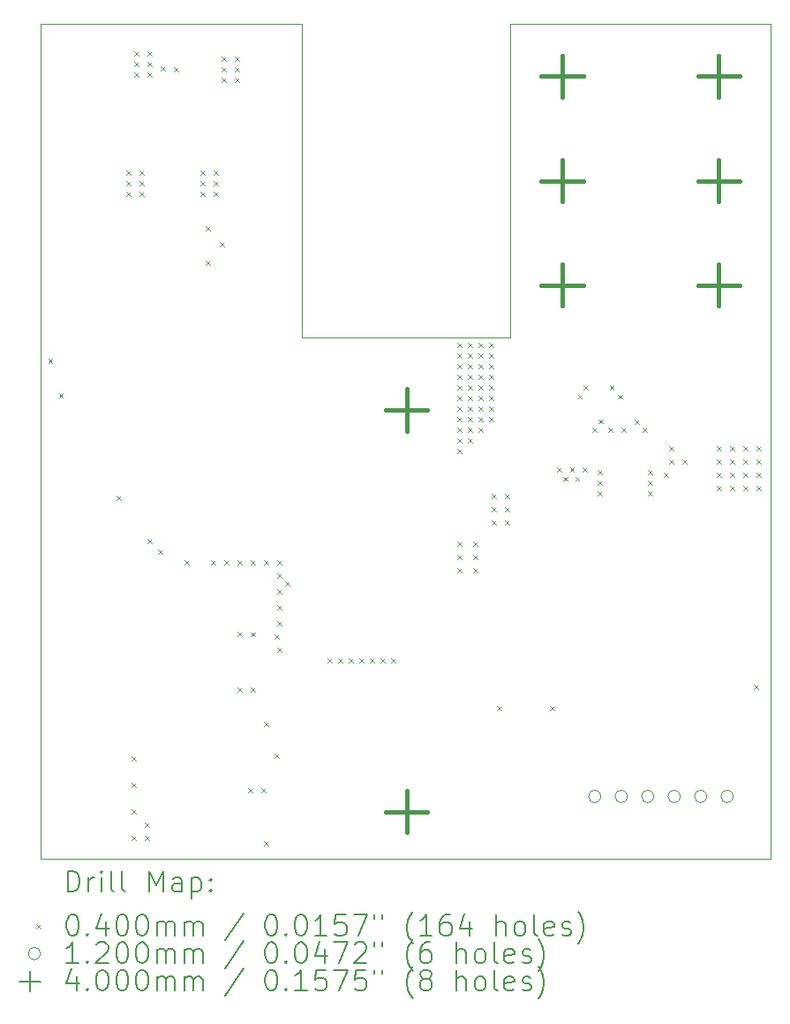
<source format=gbr>
%TF.GenerationSoftware,KiCad,Pcbnew,(6.0.9-0)*%
%TF.CreationDate,2024-06-23T22:54:29+01:00*%
%TF.ProjectId,BalanceBoard,42616c61-6e63-4654-926f-6172642e6b69,rev?*%
%TF.SameCoordinates,Original*%
%TF.FileFunction,Drillmap*%
%TF.FilePolarity,Positive*%
%FSLAX45Y45*%
G04 Gerber Fmt 4.5, Leading zero omitted, Abs format (unit mm)*
G04 Created by KiCad (PCBNEW (6.0.9-0)) date 2024-06-23 22:54:29*
%MOMM*%
%LPD*%
G01*
G04 APERTURE LIST*
%ADD10C,0.050000*%
%ADD11C,0.200000*%
%ADD12C,0.040000*%
%ADD13C,0.120000*%
%ADD14C,0.400000*%
G04 APERTURE END LIST*
D10*
X12000000Y-13000000D02*
X5000000Y-13000000D01*
X12000000Y-5000000D02*
X12000000Y-13000000D01*
X9500000Y-8000000D02*
X9500000Y-5000000D01*
X7500000Y-8000000D02*
X9500000Y-8000000D01*
X9500000Y-5000000D02*
X12000000Y-5000000D01*
X5000000Y-5000000D02*
X7500000Y-5000000D01*
X5000000Y-13000000D02*
X5000000Y-5000000D01*
X7500000Y-5000000D02*
X7500000Y-8000000D01*
D11*
D12*
X5070160Y-8209600D02*
X5110160Y-8249600D01*
X5110160Y-8209600D02*
X5070160Y-8249600D01*
X5171760Y-8534720D02*
X5211760Y-8574720D01*
X5211760Y-8534720D02*
X5171760Y-8574720D01*
X5725480Y-9520240D02*
X5765480Y-9560240D01*
X5765480Y-9520240D02*
X5725480Y-9560240D01*
X5822000Y-6406200D02*
X5862000Y-6446200D01*
X5862000Y-6406200D02*
X5822000Y-6446200D01*
X5822000Y-6507800D02*
X5862000Y-6547800D01*
X5862000Y-6507800D02*
X5822000Y-6547800D01*
X5822000Y-6609400D02*
X5862000Y-6649400D01*
X5862000Y-6609400D02*
X5822000Y-6649400D01*
X5872800Y-12019600D02*
X5912800Y-12059600D01*
X5912800Y-12019600D02*
X5872800Y-12059600D01*
X5872800Y-12273600D02*
X5912800Y-12313600D01*
X5912800Y-12273600D02*
X5872800Y-12313600D01*
X5872800Y-12527600D02*
X5912800Y-12567600D01*
X5912800Y-12527600D02*
X5872800Y-12567600D01*
X5872800Y-12781600D02*
X5912800Y-12821600D01*
X5912800Y-12781600D02*
X5872800Y-12821600D01*
X5898200Y-5263200D02*
X5938200Y-5303200D01*
X5938200Y-5263200D02*
X5898200Y-5303200D01*
X5898200Y-5364800D02*
X5938200Y-5404800D01*
X5938200Y-5364800D02*
X5898200Y-5404800D01*
X5898200Y-5466400D02*
X5938200Y-5506400D01*
X5938200Y-5466400D02*
X5898200Y-5506400D01*
X5949000Y-6406200D02*
X5989000Y-6446200D01*
X5989000Y-6406200D02*
X5949000Y-6446200D01*
X5949000Y-6507800D02*
X5989000Y-6547800D01*
X5989000Y-6507800D02*
X5949000Y-6547800D01*
X5949000Y-6609400D02*
X5989000Y-6649400D01*
X5989000Y-6609400D02*
X5949000Y-6649400D01*
X5999800Y-12654600D02*
X6039800Y-12694600D01*
X6039800Y-12654600D02*
X5999800Y-12694600D01*
X5999800Y-12781600D02*
X6039800Y-12821600D01*
X6039800Y-12781600D02*
X5999800Y-12821600D01*
X6025200Y-5263200D02*
X6065200Y-5303200D01*
X6065200Y-5263200D02*
X6025200Y-5303200D01*
X6025200Y-5364800D02*
X6065200Y-5404800D01*
X6065200Y-5364800D02*
X6025200Y-5404800D01*
X6025200Y-5466400D02*
X6065200Y-5506400D01*
X6065200Y-5466400D02*
X6025200Y-5506400D01*
X6025200Y-9936800D02*
X6065200Y-9976800D01*
X6065200Y-9936800D02*
X6025200Y-9976800D01*
X6126800Y-10038400D02*
X6166800Y-10078400D01*
X6166800Y-10038400D02*
X6126800Y-10078400D01*
X6152200Y-5405440D02*
X6192200Y-5445440D01*
X6192200Y-5405440D02*
X6152200Y-5445440D01*
X6279200Y-5415600D02*
X6319200Y-5455600D01*
X6319200Y-5415600D02*
X6279200Y-5455600D01*
X6380800Y-10140000D02*
X6420800Y-10180000D01*
X6420800Y-10140000D02*
X6380800Y-10180000D01*
X6533200Y-6406200D02*
X6573200Y-6446200D01*
X6573200Y-6406200D02*
X6533200Y-6446200D01*
X6533200Y-6507800D02*
X6573200Y-6547800D01*
X6573200Y-6507800D02*
X6533200Y-6547800D01*
X6533200Y-6609400D02*
X6573200Y-6649400D01*
X6573200Y-6609400D02*
X6533200Y-6649400D01*
X6584000Y-6939600D02*
X6624000Y-6979600D01*
X6624000Y-6939600D02*
X6584000Y-6979600D01*
X6584000Y-7269800D02*
X6624000Y-7309800D01*
X6624000Y-7269800D02*
X6584000Y-7309800D01*
X6634800Y-10140000D02*
X6674800Y-10180000D01*
X6674800Y-10140000D02*
X6634800Y-10180000D01*
X6660200Y-6406200D02*
X6700200Y-6446200D01*
X6700200Y-6406200D02*
X6660200Y-6446200D01*
X6660200Y-6507800D02*
X6700200Y-6547800D01*
X6700200Y-6507800D02*
X6660200Y-6547800D01*
X6660200Y-6609400D02*
X6700200Y-6649400D01*
X6700200Y-6609400D02*
X6660200Y-6649400D01*
X6716080Y-7092000D02*
X6756080Y-7132000D01*
X6756080Y-7092000D02*
X6716080Y-7132000D01*
X6736400Y-5314000D02*
X6776400Y-5354000D01*
X6776400Y-5314000D02*
X6736400Y-5354000D01*
X6736400Y-5415600D02*
X6776400Y-5455600D01*
X6776400Y-5415600D02*
X6736400Y-5455600D01*
X6736400Y-5517200D02*
X6776400Y-5557200D01*
X6776400Y-5517200D02*
X6736400Y-5557200D01*
X6761800Y-10140000D02*
X6801800Y-10180000D01*
X6801800Y-10140000D02*
X6761800Y-10180000D01*
X6863400Y-5314000D02*
X6903400Y-5354000D01*
X6903400Y-5314000D02*
X6863400Y-5354000D01*
X6863400Y-5415600D02*
X6903400Y-5455600D01*
X6903400Y-5415600D02*
X6863400Y-5455600D01*
X6863400Y-5517200D02*
X6903400Y-5557200D01*
X6903400Y-5517200D02*
X6863400Y-5557200D01*
X6888800Y-10140000D02*
X6928800Y-10180000D01*
X6928800Y-10140000D02*
X6888800Y-10180000D01*
X6888800Y-10825800D02*
X6928800Y-10865800D01*
X6928800Y-10825800D02*
X6888800Y-10865800D01*
X6888800Y-11359200D02*
X6928800Y-11399200D01*
X6928800Y-11359200D02*
X6888800Y-11399200D01*
X6990400Y-12324400D02*
X7030400Y-12364400D01*
X7030400Y-12324400D02*
X6990400Y-12364400D01*
X7014905Y-10826695D02*
X7054905Y-10866695D01*
X7054905Y-10826695D02*
X7014905Y-10866695D01*
X7015800Y-10140000D02*
X7055800Y-10180000D01*
X7055800Y-10140000D02*
X7015800Y-10180000D01*
X7015800Y-11359200D02*
X7055800Y-11399200D01*
X7055800Y-11359200D02*
X7015800Y-11399200D01*
X7117400Y-12324400D02*
X7157400Y-12364400D01*
X7157400Y-12324400D02*
X7117400Y-12364400D01*
X7142800Y-10140000D02*
X7182800Y-10180000D01*
X7182800Y-10140000D02*
X7142800Y-10180000D01*
X7142800Y-11689400D02*
X7182800Y-11729400D01*
X7182800Y-11689400D02*
X7142800Y-11729400D01*
X7142800Y-12832400D02*
X7182800Y-12872400D01*
X7182800Y-12832400D02*
X7142800Y-12872400D01*
X7244400Y-10851200D02*
X7284400Y-10891200D01*
X7284400Y-10851200D02*
X7244400Y-10891200D01*
X7244400Y-11994200D02*
X7284400Y-12034200D01*
X7284400Y-11994200D02*
X7244400Y-12034200D01*
X7269800Y-10140000D02*
X7309800Y-10180000D01*
X7309800Y-10140000D02*
X7269800Y-10180000D01*
X7269800Y-10267000D02*
X7309800Y-10307000D01*
X7309800Y-10267000D02*
X7269800Y-10307000D01*
X7269800Y-10419400D02*
X7309800Y-10459400D01*
X7309800Y-10419400D02*
X7269800Y-10459400D01*
X7269800Y-10571800D02*
X7309800Y-10611800D01*
X7309800Y-10571800D02*
X7269800Y-10611800D01*
X7269800Y-10724200D02*
X7309800Y-10764200D01*
X7309800Y-10724200D02*
X7269800Y-10764200D01*
X7269800Y-10978200D02*
X7309800Y-11018200D01*
X7309800Y-10978200D02*
X7269800Y-11018200D01*
X7346000Y-10343200D02*
X7386000Y-10383200D01*
X7386000Y-10343200D02*
X7346000Y-10383200D01*
X7752400Y-11079800D02*
X7792400Y-11119800D01*
X7792400Y-11079800D02*
X7752400Y-11119800D01*
X7854000Y-11079800D02*
X7894000Y-11119800D01*
X7894000Y-11079800D02*
X7854000Y-11119800D01*
X7955600Y-11079800D02*
X7995600Y-11119800D01*
X7995600Y-11079800D02*
X7955600Y-11119800D01*
X8057200Y-11079800D02*
X8097200Y-11119800D01*
X8097200Y-11079800D02*
X8057200Y-11119800D01*
X8158800Y-11079800D02*
X8198800Y-11119800D01*
X8198800Y-11079800D02*
X8158800Y-11119800D01*
X8260400Y-11079800D02*
X8300400Y-11119800D01*
X8300400Y-11079800D02*
X8260400Y-11119800D01*
X8362000Y-11079800D02*
X8402000Y-11119800D01*
X8402000Y-11079800D02*
X8362000Y-11119800D01*
X8997000Y-8057200D02*
X9037000Y-8097200D01*
X9037000Y-8057200D02*
X8997000Y-8097200D01*
X8997000Y-8158800D02*
X9037000Y-8198800D01*
X9037000Y-8158800D02*
X8997000Y-8198800D01*
X8997000Y-8260400D02*
X9037000Y-8300400D01*
X9037000Y-8260400D02*
X8997000Y-8300400D01*
X8997000Y-8362000D02*
X9037000Y-8402000D01*
X9037000Y-8362000D02*
X8997000Y-8402000D01*
X8997000Y-8463600D02*
X9037000Y-8503600D01*
X9037000Y-8463600D02*
X8997000Y-8503600D01*
X8997000Y-8565200D02*
X9037000Y-8605200D01*
X9037000Y-8565200D02*
X8997000Y-8605200D01*
X8997000Y-8666800D02*
X9037000Y-8706800D01*
X9037000Y-8666800D02*
X8997000Y-8706800D01*
X8997000Y-8768400D02*
X9037000Y-8808400D01*
X9037000Y-8768400D02*
X8997000Y-8808400D01*
X8997000Y-8870000D02*
X9037000Y-8910000D01*
X9037000Y-8870000D02*
X8997000Y-8910000D01*
X8997000Y-8971600D02*
X9037000Y-9011600D01*
X9037000Y-8971600D02*
X8997000Y-9011600D01*
X8997000Y-9073200D02*
X9037000Y-9113200D01*
X9037000Y-9073200D02*
X8997000Y-9113200D01*
X8997000Y-9962200D02*
X9037000Y-10002200D01*
X9037000Y-9962200D02*
X8997000Y-10002200D01*
X8997000Y-10089200D02*
X9037000Y-10129200D01*
X9037000Y-10089200D02*
X8997000Y-10129200D01*
X8997000Y-10216200D02*
X9037000Y-10256200D01*
X9037000Y-10216200D02*
X8997000Y-10256200D01*
X9098600Y-8057200D02*
X9138600Y-8097200D01*
X9138600Y-8057200D02*
X9098600Y-8097200D01*
X9098600Y-8158800D02*
X9138600Y-8198800D01*
X9138600Y-8158800D02*
X9098600Y-8198800D01*
X9098600Y-8260400D02*
X9138600Y-8300400D01*
X9138600Y-8260400D02*
X9098600Y-8300400D01*
X9098600Y-8362000D02*
X9138600Y-8402000D01*
X9138600Y-8362000D02*
X9098600Y-8402000D01*
X9098600Y-8463600D02*
X9138600Y-8503600D01*
X9138600Y-8463600D02*
X9098600Y-8503600D01*
X9098600Y-8565200D02*
X9138600Y-8605200D01*
X9138600Y-8565200D02*
X9098600Y-8605200D01*
X9098600Y-8666800D02*
X9138600Y-8706800D01*
X9138600Y-8666800D02*
X9098600Y-8706800D01*
X9098600Y-8768400D02*
X9138600Y-8808400D01*
X9138600Y-8768400D02*
X9098600Y-8808400D01*
X9098600Y-8870000D02*
X9138600Y-8910000D01*
X9138600Y-8870000D02*
X9098600Y-8910000D01*
X9098600Y-8971600D02*
X9138600Y-9011600D01*
X9138600Y-8971600D02*
X9098600Y-9011600D01*
X9149400Y-9962200D02*
X9189400Y-10002200D01*
X9189400Y-9962200D02*
X9149400Y-10002200D01*
X9149400Y-10089200D02*
X9189400Y-10129200D01*
X9189400Y-10089200D02*
X9149400Y-10129200D01*
X9149400Y-10216200D02*
X9189400Y-10256200D01*
X9189400Y-10216200D02*
X9149400Y-10256200D01*
X9200200Y-8057200D02*
X9240200Y-8097200D01*
X9240200Y-8057200D02*
X9200200Y-8097200D01*
X9200200Y-8158800D02*
X9240200Y-8198800D01*
X9240200Y-8158800D02*
X9200200Y-8198800D01*
X9200200Y-8260400D02*
X9240200Y-8300400D01*
X9240200Y-8260400D02*
X9200200Y-8300400D01*
X9200200Y-8362000D02*
X9240200Y-8402000D01*
X9240200Y-8362000D02*
X9200200Y-8402000D01*
X9200200Y-8463600D02*
X9240200Y-8503600D01*
X9240200Y-8463600D02*
X9200200Y-8503600D01*
X9200200Y-8565200D02*
X9240200Y-8605200D01*
X9240200Y-8565200D02*
X9200200Y-8605200D01*
X9200200Y-8666800D02*
X9240200Y-8706800D01*
X9240200Y-8666800D02*
X9200200Y-8706800D01*
X9200200Y-8768400D02*
X9240200Y-8808400D01*
X9240200Y-8768400D02*
X9200200Y-8808400D01*
X9200200Y-8870000D02*
X9240200Y-8910000D01*
X9240200Y-8870000D02*
X9200200Y-8910000D01*
X9301800Y-8057200D02*
X9341800Y-8097200D01*
X9341800Y-8057200D02*
X9301800Y-8097200D01*
X9301800Y-8158800D02*
X9341800Y-8198800D01*
X9341800Y-8158800D02*
X9301800Y-8198800D01*
X9301800Y-8260400D02*
X9341800Y-8300400D01*
X9341800Y-8260400D02*
X9301800Y-8300400D01*
X9301800Y-8362000D02*
X9341800Y-8402000D01*
X9341800Y-8362000D02*
X9301800Y-8402000D01*
X9301800Y-8463600D02*
X9341800Y-8503600D01*
X9341800Y-8463600D02*
X9301800Y-8503600D01*
X9301800Y-8565200D02*
X9341800Y-8605200D01*
X9341800Y-8565200D02*
X9301800Y-8605200D01*
X9301800Y-8666800D02*
X9341800Y-8706800D01*
X9341800Y-8666800D02*
X9301800Y-8706800D01*
X9301800Y-8768400D02*
X9341800Y-8808400D01*
X9341800Y-8768400D02*
X9301800Y-8808400D01*
X9327200Y-9505000D02*
X9367200Y-9545000D01*
X9367200Y-9505000D02*
X9327200Y-9545000D01*
X9327200Y-9632000D02*
X9367200Y-9672000D01*
X9367200Y-9632000D02*
X9327200Y-9672000D01*
X9327200Y-9759000D02*
X9367200Y-9799000D01*
X9367200Y-9759000D02*
X9327200Y-9799000D01*
X9378000Y-11537000D02*
X9418000Y-11577000D01*
X9418000Y-11537000D02*
X9378000Y-11577000D01*
X9454200Y-9505000D02*
X9494200Y-9545000D01*
X9494200Y-9505000D02*
X9454200Y-9545000D01*
X9454200Y-9632000D02*
X9494200Y-9672000D01*
X9494200Y-9632000D02*
X9454200Y-9672000D01*
X9454200Y-9759000D02*
X9494200Y-9799000D01*
X9494200Y-9759000D02*
X9454200Y-9799000D01*
X9886000Y-11537000D02*
X9926000Y-11577000D01*
X9926000Y-11537000D02*
X9886000Y-11577000D01*
X9952040Y-9245920D02*
X9992040Y-9285920D01*
X9992040Y-9245920D02*
X9952040Y-9285920D01*
X10007920Y-9337360D02*
X10047920Y-9377360D01*
X10047920Y-9337360D02*
X10007920Y-9377360D01*
X10073960Y-9251000D02*
X10113960Y-9291000D01*
X10113960Y-9251000D02*
X10073960Y-9291000D01*
X10124760Y-9337360D02*
X10164760Y-9377360D01*
X10164760Y-9337360D02*
X10124760Y-9377360D01*
X10150160Y-8549960D02*
X10190160Y-8589960D01*
X10190160Y-8549960D02*
X10150160Y-8589960D01*
X10195880Y-9251000D02*
X10235880Y-9291000D01*
X10235880Y-9251000D02*
X10195880Y-9291000D01*
X10206040Y-8458520D02*
X10246040Y-8498520D01*
X10246040Y-8458520D02*
X10206040Y-8498520D01*
X10292400Y-8870000D02*
X10332400Y-8910000D01*
X10332400Y-8870000D02*
X10292400Y-8910000D01*
X10343200Y-9276400D02*
X10383200Y-9316400D01*
X10383200Y-9276400D02*
X10343200Y-9316400D01*
X10343200Y-9378000D02*
X10383200Y-9418000D01*
X10383200Y-9378000D02*
X10343200Y-9418000D01*
X10343200Y-9479600D02*
X10383200Y-9519600D01*
X10383200Y-9479600D02*
X10343200Y-9519600D01*
X10347842Y-8786836D02*
X10387842Y-8826836D01*
X10387842Y-8786836D02*
X10347842Y-8826836D01*
X10444800Y-8870000D02*
X10484800Y-8910000D01*
X10484800Y-8870000D02*
X10444800Y-8910000D01*
X10454960Y-8458520D02*
X10494960Y-8498520D01*
X10494960Y-8458520D02*
X10454960Y-8498520D01*
X10536240Y-8549960D02*
X10576240Y-8589960D01*
X10576240Y-8549960D02*
X10536240Y-8589960D01*
X10571800Y-8870000D02*
X10611800Y-8910000D01*
X10611800Y-8870000D02*
X10571800Y-8910000D01*
X10698800Y-8793800D02*
X10738800Y-8833800D01*
X10738800Y-8793800D02*
X10698800Y-8833800D01*
X10775000Y-8870000D02*
X10815000Y-8910000D01*
X10815000Y-8870000D02*
X10775000Y-8910000D01*
X10825800Y-9276400D02*
X10865800Y-9316400D01*
X10865800Y-9276400D02*
X10825800Y-9316400D01*
X10825800Y-9378000D02*
X10865800Y-9418000D01*
X10865800Y-9378000D02*
X10825800Y-9418000D01*
X10825800Y-9479600D02*
X10865800Y-9519600D01*
X10865800Y-9479600D02*
X10825800Y-9519600D01*
X10978200Y-9301800D02*
X11018200Y-9341800D01*
X11018200Y-9301800D02*
X10978200Y-9341800D01*
X11029000Y-9047800D02*
X11069000Y-9087800D01*
X11069000Y-9047800D02*
X11029000Y-9087800D01*
X11029000Y-9174800D02*
X11069000Y-9214800D01*
X11069000Y-9174800D02*
X11029000Y-9214800D01*
X11156000Y-9174800D02*
X11196000Y-9214800D01*
X11196000Y-9174800D02*
X11156000Y-9214800D01*
X11486200Y-9047800D02*
X11526200Y-9087800D01*
X11526200Y-9047800D02*
X11486200Y-9087800D01*
X11486200Y-9174800D02*
X11526200Y-9214800D01*
X11526200Y-9174800D02*
X11486200Y-9214800D01*
X11486200Y-9301800D02*
X11526200Y-9341800D01*
X11526200Y-9301800D02*
X11486200Y-9341800D01*
X11486200Y-9428800D02*
X11526200Y-9468800D01*
X11526200Y-9428800D02*
X11486200Y-9468800D01*
X11613200Y-9047800D02*
X11653200Y-9087800D01*
X11653200Y-9047800D02*
X11613200Y-9087800D01*
X11613200Y-9174800D02*
X11653200Y-9214800D01*
X11653200Y-9174800D02*
X11613200Y-9214800D01*
X11613200Y-9301800D02*
X11653200Y-9341800D01*
X11653200Y-9301800D02*
X11613200Y-9341800D01*
X11613200Y-9428800D02*
X11653200Y-9468800D01*
X11653200Y-9428800D02*
X11613200Y-9468800D01*
X11740200Y-9047800D02*
X11780200Y-9087800D01*
X11780200Y-9047800D02*
X11740200Y-9087800D01*
X11740200Y-9174800D02*
X11780200Y-9214800D01*
X11780200Y-9174800D02*
X11740200Y-9214800D01*
X11740200Y-9301800D02*
X11780200Y-9341800D01*
X11780200Y-9301800D02*
X11740200Y-9341800D01*
X11740200Y-9428800D02*
X11780200Y-9468800D01*
X11780200Y-9428800D02*
X11740200Y-9468800D01*
X11841800Y-11333800D02*
X11881800Y-11373800D01*
X11881800Y-11333800D02*
X11841800Y-11373800D01*
X11867200Y-9047800D02*
X11907200Y-9087800D01*
X11907200Y-9047800D02*
X11867200Y-9087800D01*
X11867200Y-9174800D02*
X11907200Y-9214800D01*
X11907200Y-9174800D02*
X11867200Y-9214800D01*
X11867200Y-9301800D02*
X11907200Y-9341800D01*
X11907200Y-9301800D02*
X11867200Y-9341800D01*
X11867200Y-9428800D02*
X11907200Y-9468800D01*
X11907200Y-9428800D02*
X11867200Y-9468800D01*
D13*
X10372400Y-12400280D02*
G75*
G03*
X10372400Y-12400280I-60000J0D01*
G01*
X10626400Y-12400280D02*
G75*
G03*
X10626400Y-12400280I-60000J0D01*
G01*
X10880400Y-12400280D02*
G75*
G03*
X10880400Y-12400280I-60000J0D01*
G01*
X11134400Y-12400280D02*
G75*
G03*
X11134400Y-12400280I-60000J0D01*
G01*
X11388400Y-12400280D02*
G75*
G03*
X11388400Y-12400280I-60000J0D01*
G01*
X11642400Y-12400280D02*
G75*
G03*
X11642400Y-12400280I-60000J0D01*
G01*
D14*
X8509000Y-8497600D02*
X8509000Y-8897600D01*
X8309000Y-8697600D02*
X8709000Y-8697600D01*
X8509000Y-12347600D02*
X8509000Y-12747600D01*
X8309000Y-12547600D02*
X8709000Y-12547600D01*
X10000000Y-5300000D02*
X10000000Y-5700000D01*
X9800000Y-5500000D02*
X10200000Y-5500000D01*
X10000000Y-6300000D02*
X10000000Y-6700000D01*
X9800000Y-6500000D02*
X10200000Y-6500000D01*
X10000000Y-7300000D02*
X10000000Y-7700000D01*
X9800000Y-7500000D02*
X10200000Y-7500000D01*
X11500000Y-5300000D02*
X11500000Y-5700000D01*
X11300000Y-5500000D02*
X11700000Y-5500000D01*
X11500000Y-6300000D02*
X11500000Y-6700000D01*
X11300000Y-6500000D02*
X11700000Y-6500000D01*
X11500000Y-7300000D02*
X11500000Y-7700000D01*
X11300000Y-7500000D02*
X11700000Y-7500000D01*
D11*
X5255119Y-13312976D02*
X5255119Y-13112976D01*
X5302738Y-13112976D01*
X5331310Y-13122500D01*
X5350357Y-13141548D01*
X5359881Y-13160595D01*
X5369405Y-13198690D01*
X5369405Y-13227262D01*
X5359881Y-13265357D01*
X5350357Y-13284405D01*
X5331310Y-13303452D01*
X5302738Y-13312976D01*
X5255119Y-13312976D01*
X5455119Y-13312976D02*
X5455119Y-13179643D01*
X5455119Y-13217738D02*
X5464643Y-13198690D01*
X5474167Y-13189167D01*
X5493214Y-13179643D01*
X5512262Y-13179643D01*
X5578929Y-13312976D02*
X5578929Y-13179643D01*
X5578929Y-13112976D02*
X5569405Y-13122500D01*
X5578929Y-13132024D01*
X5588452Y-13122500D01*
X5578929Y-13112976D01*
X5578929Y-13132024D01*
X5702738Y-13312976D02*
X5683690Y-13303452D01*
X5674167Y-13284405D01*
X5674167Y-13112976D01*
X5807500Y-13312976D02*
X5788452Y-13303452D01*
X5778928Y-13284405D01*
X5778928Y-13112976D01*
X6036071Y-13312976D02*
X6036071Y-13112976D01*
X6102738Y-13255833D01*
X6169405Y-13112976D01*
X6169405Y-13312976D01*
X6350357Y-13312976D02*
X6350357Y-13208214D01*
X6340833Y-13189167D01*
X6321786Y-13179643D01*
X6283690Y-13179643D01*
X6264643Y-13189167D01*
X6350357Y-13303452D02*
X6331309Y-13312976D01*
X6283690Y-13312976D01*
X6264643Y-13303452D01*
X6255119Y-13284405D01*
X6255119Y-13265357D01*
X6264643Y-13246309D01*
X6283690Y-13236786D01*
X6331309Y-13236786D01*
X6350357Y-13227262D01*
X6445595Y-13179643D02*
X6445595Y-13379643D01*
X6445595Y-13189167D02*
X6464643Y-13179643D01*
X6502738Y-13179643D01*
X6521786Y-13189167D01*
X6531309Y-13198690D01*
X6540833Y-13217738D01*
X6540833Y-13274881D01*
X6531309Y-13293928D01*
X6521786Y-13303452D01*
X6502738Y-13312976D01*
X6464643Y-13312976D01*
X6445595Y-13303452D01*
X6626548Y-13293928D02*
X6636071Y-13303452D01*
X6626548Y-13312976D01*
X6617024Y-13303452D01*
X6626548Y-13293928D01*
X6626548Y-13312976D01*
X6626548Y-13189167D02*
X6636071Y-13198690D01*
X6626548Y-13208214D01*
X6617024Y-13198690D01*
X6626548Y-13189167D01*
X6626548Y-13208214D01*
D12*
X4957500Y-13622500D02*
X4997500Y-13662500D01*
X4997500Y-13622500D02*
X4957500Y-13662500D01*
D11*
X5293214Y-13532976D02*
X5312262Y-13532976D01*
X5331310Y-13542500D01*
X5340833Y-13552024D01*
X5350357Y-13571071D01*
X5359881Y-13609167D01*
X5359881Y-13656786D01*
X5350357Y-13694881D01*
X5340833Y-13713928D01*
X5331310Y-13723452D01*
X5312262Y-13732976D01*
X5293214Y-13732976D01*
X5274167Y-13723452D01*
X5264643Y-13713928D01*
X5255119Y-13694881D01*
X5245595Y-13656786D01*
X5245595Y-13609167D01*
X5255119Y-13571071D01*
X5264643Y-13552024D01*
X5274167Y-13542500D01*
X5293214Y-13532976D01*
X5445595Y-13713928D02*
X5455119Y-13723452D01*
X5445595Y-13732976D01*
X5436071Y-13723452D01*
X5445595Y-13713928D01*
X5445595Y-13732976D01*
X5626548Y-13599643D02*
X5626548Y-13732976D01*
X5578929Y-13523452D02*
X5531310Y-13666309D01*
X5655119Y-13666309D01*
X5769405Y-13532976D02*
X5788452Y-13532976D01*
X5807500Y-13542500D01*
X5817024Y-13552024D01*
X5826548Y-13571071D01*
X5836071Y-13609167D01*
X5836071Y-13656786D01*
X5826548Y-13694881D01*
X5817024Y-13713928D01*
X5807500Y-13723452D01*
X5788452Y-13732976D01*
X5769405Y-13732976D01*
X5750357Y-13723452D01*
X5740833Y-13713928D01*
X5731309Y-13694881D01*
X5721786Y-13656786D01*
X5721786Y-13609167D01*
X5731309Y-13571071D01*
X5740833Y-13552024D01*
X5750357Y-13542500D01*
X5769405Y-13532976D01*
X5959881Y-13532976D02*
X5978928Y-13532976D01*
X5997976Y-13542500D01*
X6007500Y-13552024D01*
X6017024Y-13571071D01*
X6026548Y-13609167D01*
X6026548Y-13656786D01*
X6017024Y-13694881D01*
X6007500Y-13713928D01*
X5997976Y-13723452D01*
X5978928Y-13732976D01*
X5959881Y-13732976D01*
X5940833Y-13723452D01*
X5931309Y-13713928D01*
X5921786Y-13694881D01*
X5912262Y-13656786D01*
X5912262Y-13609167D01*
X5921786Y-13571071D01*
X5931309Y-13552024D01*
X5940833Y-13542500D01*
X5959881Y-13532976D01*
X6112262Y-13732976D02*
X6112262Y-13599643D01*
X6112262Y-13618690D02*
X6121786Y-13609167D01*
X6140833Y-13599643D01*
X6169405Y-13599643D01*
X6188452Y-13609167D01*
X6197976Y-13628214D01*
X6197976Y-13732976D01*
X6197976Y-13628214D02*
X6207500Y-13609167D01*
X6226548Y-13599643D01*
X6255119Y-13599643D01*
X6274167Y-13609167D01*
X6283690Y-13628214D01*
X6283690Y-13732976D01*
X6378928Y-13732976D02*
X6378928Y-13599643D01*
X6378928Y-13618690D02*
X6388452Y-13609167D01*
X6407500Y-13599643D01*
X6436071Y-13599643D01*
X6455119Y-13609167D01*
X6464643Y-13628214D01*
X6464643Y-13732976D01*
X6464643Y-13628214D02*
X6474167Y-13609167D01*
X6493214Y-13599643D01*
X6521786Y-13599643D01*
X6540833Y-13609167D01*
X6550357Y-13628214D01*
X6550357Y-13732976D01*
X6940833Y-13523452D02*
X6769405Y-13780595D01*
X7197976Y-13532976D02*
X7217024Y-13532976D01*
X7236071Y-13542500D01*
X7245595Y-13552024D01*
X7255119Y-13571071D01*
X7264643Y-13609167D01*
X7264643Y-13656786D01*
X7255119Y-13694881D01*
X7245595Y-13713928D01*
X7236071Y-13723452D01*
X7217024Y-13732976D01*
X7197976Y-13732976D01*
X7178928Y-13723452D01*
X7169405Y-13713928D01*
X7159881Y-13694881D01*
X7150357Y-13656786D01*
X7150357Y-13609167D01*
X7159881Y-13571071D01*
X7169405Y-13552024D01*
X7178928Y-13542500D01*
X7197976Y-13532976D01*
X7350357Y-13713928D02*
X7359881Y-13723452D01*
X7350357Y-13732976D01*
X7340833Y-13723452D01*
X7350357Y-13713928D01*
X7350357Y-13732976D01*
X7483690Y-13532976D02*
X7502738Y-13532976D01*
X7521786Y-13542500D01*
X7531309Y-13552024D01*
X7540833Y-13571071D01*
X7550357Y-13609167D01*
X7550357Y-13656786D01*
X7540833Y-13694881D01*
X7531309Y-13713928D01*
X7521786Y-13723452D01*
X7502738Y-13732976D01*
X7483690Y-13732976D01*
X7464643Y-13723452D01*
X7455119Y-13713928D01*
X7445595Y-13694881D01*
X7436071Y-13656786D01*
X7436071Y-13609167D01*
X7445595Y-13571071D01*
X7455119Y-13552024D01*
X7464643Y-13542500D01*
X7483690Y-13532976D01*
X7740833Y-13732976D02*
X7626548Y-13732976D01*
X7683690Y-13732976D02*
X7683690Y-13532976D01*
X7664643Y-13561548D01*
X7645595Y-13580595D01*
X7626548Y-13590119D01*
X7921786Y-13532976D02*
X7826548Y-13532976D01*
X7817024Y-13628214D01*
X7826548Y-13618690D01*
X7845595Y-13609167D01*
X7893214Y-13609167D01*
X7912262Y-13618690D01*
X7921786Y-13628214D01*
X7931309Y-13647262D01*
X7931309Y-13694881D01*
X7921786Y-13713928D01*
X7912262Y-13723452D01*
X7893214Y-13732976D01*
X7845595Y-13732976D01*
X7826548Y-13723452D01*
X7817024Y-13713928D01*
X7997976Y-13532976D02*
X8131309Y-13532976D01*
X8045595Y-13732976D01*
X8197976Y-13532976D02*
X8197976Y-13571071D01*
X8274167Y-13532976D02*
X8274167Y-13571071D01*
X8569405Y-13809167D02*
X8559881Y-13799643D01*
X8540833Y-13771071D01*
X8531310Y-13752024D01*
X8521786Y-13723452D01*
X8512262Y-13675833D01*
X8512262Y-13637738D01*
X8521786Y-13590119D01*
X8531310Y-13561548D01*
X8540833Y-13542500D01*
X8559881Y-13513928D01*
X8569405Y-13504405D01*
X8750357Y-13732976D02*
X8636071Y-13732976D01*
X8693214Y-13732976D02*
X8693214Y-13532976D01*
X8674167Y-13561548D01*
X8655119Y-13580595D01*
X8636071Y-13590119D01*
X8921786Y-13532976D02*
X8883690Y-13532976D01*
X8864643Y-13542500D01*
X8855119Y-13552024D01*
X8836071Y-13580595D01*
X8826548Y-13618690D01*
X8826548Y-13694881D01*
X8836071Y-13713928D01*
X8845595Y-13723452D01*
X8864643Y-13732976D01*
X8902738Y-13732976D01*
X8921786Y-13723452D01*
X8931310Y-13713928D01*
X8940833Y-13694881D01*
X8940833Y-13647262D01*
X8931310Y-13628214D01*
X8921786Y-13618690D01*
X8902738Y-13609167D01*
X8864643Y-13609167D01*
X8845595Y-13618690D01*
X8836071Y-13628214D01*
X8826548Y-13647262D01*
X9112262Y-13599643D02*
X9112262Y-13732976D01*
X9064643Y-13523452D02*
X9017024Y-13666309D01*
X9140833Y-13666309D01*
X9369405Y-13732976D02*
X9369405Y-13532976D01*
X9455119Y-13732976D02*
X9455119Y-13628214D01*
X9445595Y-13609167D01*
X9426548Y-13599643D01*
X9397976Y-13599643D01*
X9378929Y-13609167D01*
X9369405Y-13618690D01*
X9578929Y-13732976D02*
X9559881Y-13723452D01*
X9550357Y-13713928D01*
X9540833Y-13694881D01*
X9540833Y-13637738D01*
X9550357Y-13618690D01*
X9559881Y-13609167D01*
X9578929Y-13599643D01*
X9607500Y-13599643D01*
X9626548Y-13609167D01*
X9636071Y-13618690D01*
X9645595Y-13637738D01*
X9645595Y-13694881D01*
X9636071Y-13713928D01*
X9626548Y-13723452D01*
X9607500Y-13732976D01*
X9578929Y-13732976D01*
X9759881Y-13732976D02*
X9740833Y-13723452D01*
X9731310Y-13704405D01*
X9731310Y-13532976D01*
X9912262Y-13723452D02*
X9893214Y-13732976D01*
X9855119Y-13732976D01*
X9836071Y-13723452D01*
X9826548Y-13704405D01*
X9826548Y-13628214D01*
X9836071Y-13609167D01*
X9855119Y-13599643D01*
X9893214Y-13599643D01*
X9912262Y-13609167D01*
X9921786Y-13628214D01*
X9921786Y-13647262D01*
X9826548Y-13666309D01*
X9997976Y-13723452D02*
X10017024Y-13732976D01*
X10055119Y-13732976D01*
X10074167Y-13723452D01*
X10083690Y-13704405D01*
X10083690Y-13694881D01*
X10074167Y-13675833D01*
X10055119Y-13666309D01*
X10026548Y-13666309D01*
X10007500Y-13656786D01*
X9997976Y-13637738D01*
X9997976Y-13628214D01*
X10007500Y-13609167D01*
X10026548Y-13599643D01*
X10055119Y-13599643D01*
X10074167Y-13609167D01*
X10150357Y-13809167D02*
X10159881Y-13799643D01*
X10178929Y-13771071D01*
X10188452Y-13752024D01*
X10197976Y-13723452D01*
X10207500Y-13675833D01*
X10207500Y-13637738D01*
X10197976Y-13590119D01*
X10188452Y-13561548D01*
X10178929Y-13542500D01*
X10159881Y-13513928D01*
X10150357Y-13504405D01*
D13*
X4997500Y-13906500D02*
G75*
G03*
X4997500Y-13906500I-60000J0D01*
G01*
D11*
X5359881Y-13996976D02*
X5245595Y-13996976D01*
X5302738Y-13996976D02*
X5302738Y-13796976D01*
X5283690Y-13825548D01*
X5264643Y-13844595D01*
X5245595Y-13854119D01*
X5445595Y-13977928D02*
X5455119Y-13987452D01*
X5445595Y-13996976D01*
X5436071Y-13987452D01*
X5445595Y-13977928D01*
X5445595Y-13996976D01*
X5531310Y-13816024D02*
X5540833Y-13806500D01*
X5559881Y-13796976D01*
X5607500Y-13796976D01*
X5626548Y-13806500D01*
X5636071Y-13816024D01*
X5645595Y-13835071D01*
X5645595Y-13854119D01*
X5636071Y-13882690D01*
X5521786Y-13996976D01*
X5645595Y-13996976D01*
X5769405Y-13796976D02*
X5788452Y-13796976D01*
X5807500Y-13806500D01*
X5817024Y-13816024D01*
X5826548Y-13835071D01*
X5836071Y-13873167D01*
X5836071Y-13920786D01*
X5826548Y-13958881D01*
X5817024Y-13977928D01*
X5807500Y-13987452D01*
X5788452Y-13996976D01*
X5769405Y-13996976D01*
X5750357Y-13987452D01*
X5740833Y-13977928D01*
X5731309Y-13958881D01*
X5721786Y-13920786D01*
X5721786Y-13873167D01*
X5731309Y-13835071D01*
X5740833Y-13816024D01*
X5750357Y-13806500D01*
X5769405Y-13796976D01*
X5959881Y-13796976D02*
X5978928Y-13796976D01*
X5997976Y-13806500D01*
X6007500Y-13816024D01*
X6017024Y-13835071D01*
X6026548Y-13873167D01*
X6026548Y-13920786D01*
X6017024Y-13958881D01*
X6007500Y-13977928D01*
X5997976Y-13987452D01*
X5978928Y-13996976D01*
X5959881Y-13996976D01*
X5940833Y-13987452D01*
X5931309Y-13977928D01*
X5921786Y-13958881D01*
X5912262Y-13920786D01*
X5912262Y-13873167D01*
X5921786Y-13835071D01*
X5931309Y-13816024D01*
X5940833Y-13806500D01*
X5959881Y-13796976D01*
X6112262Y-13996976D02*
X6112262Y-13863643D01*
X6112262Y-13882690D02*
X6121786Y-13873167D01*
X6140833Y-13863643D01*
X6169405Y-13863643D01*
X6188452Y-13873167D01*
X6197976Y-13892214D01*
X6197976Y-13996976D01*
X6197976Y-13892214D02*
X6207500Y-13873167D01*
X6226548Y-13863643D01*
X6255119Y-13863643D01*
X6274167Y-13873167D01*
X6283690Y-13892214D01*
X6283690Y-13996976D01*
X6378928Y-13996976D02*
X6378928Y-13863643D01*
X6378928Y-13882690D02*
X6388452Y-13873167D01*
X6407500Y-13863643D01*
X6436071Y-13863643D01*
X6455119Y-13873167D01*
X6464643Y-13892214D01*
X6464643Y-13996976D01*
X6464643Y-13892214D02*
X6474167Y-13873167D01*
X6493214Y-13863643D01*
X6521786Y-13863643D01*
X6540833Y-13873167D01*
X6550357Y-13892214D01*
X6550357Y-13996976D01*
X6940833Y-13787452D02*
X6769405Y-14044595D01*
X7197976Y-13796976D02*
X7217024Y-13796976D01*
X7236071Y-13806500D01*
X7245595Y-13816024D01*
X7255119Y-13835071D01*
X7264643Y-13873167D01*
X7264643Y-13920786D01*
X7255119Y-13958881D01*
X7245595Y-13977928D01*
X7236071Y-13987452D01*
X7217024Y-13996976D01*
X7197976Y-13996976D01*
X7178928Y-13987452D01*
X7169405Y-13977928D01*
X7159881Y-13958881D01*
X7150357Y-13920786D01*
X7150357Y-13873167D01*
X7159881Y-13835071D01*
X7169405Y-13816024D01*
X7178928Y-13806500D01*
X7197976Y-13796976D01*
X7350357Y-13977928D02*
X7359881Y-13987452D01*
X7350357Y-13996976D01*
X7340833Y-13987452D01*
X7350357Y-13977928D01*
X7350357Y-13996976D01*
X7483690Y-13796976D02*
X7502738Y-13796976D01*
X7521786Y-13806500D01*
X7531309Y-13816024D01*
X7540833Y-13835071D01*
X7550357Y-13873167D01*
X7550357Y-13920786D01*
X7540833Y-13958881D01*
X7531309Y-13977928D01*
X7521786Y-13987452D01*
X7502738Y-13996976D01*
X7483690Y-13996976D01*
X7464643Y-13987452D01*
X7455119Y-13977928D01*
X7445595Y-13958881D01*
X7436071Y-13920786D01*
X7436071Y-13873167D01*
X7445595Y-13835071D01*
X7455119Y-13816024D01*
X7464643Y-13806500D01*
X7483690Y-13796976D01*
X7721786Y-13863643D02*
X7721786Y-13996976D01*
X7674167Y-13787452D02*
X7626548Y-13930309D01*
X7750357Y-13930309D01*
X7807500Y-13796976D02*
X7940833Y-13796976D01*
X7855119Y-13996976D01*
X8007500Y-13816024D02*
X8017024Y-13806500D01*
X8036071Y-13796976D01*
X8083690Y-13796976D01*
X8102738Y-13806500D01*
X8112262Y-13816024D01*
X8121786Y-13835071D01*
X8121786Y-13854119D01*
X8112262Y-13882690D01*
X7997976Y-13996976D01*
X8121786Y-13996976D01*
X8197976Y-13796976D02*
X8197976Y-13835071D01*
X8274167Y-13796976D02*
X8274167Y-13835071D01*
X8569405Y-14073167D02*
X8559881Y-14063643D01*
X8540833Y-14035071D01*
X8531310Y-14016024D01*
X8521786Y-13987452D01*
X8512262Y-13939833D01*
X8512262Y-13901738D01*
X8521786Y-13854119D01*
X8531310Y-13825548D01*
X8540833Y-13806500D01*
X8559881Y-13777928D01*
X8569405Y-13768405D01*
X8731310Y-13796976D02*
X8693214Y-13796976D01*
X8674167Y-13806500D01*
X8664643Y-13816024D01*
X8645595Y-13844595D01*
X8636071Y-13882690D01*
X8636071Y-13958881D01*
X8645595Y-13977928D01*
X8655119Y-13987452D01*
X8674167Y-13996976D01*
X8712262Y-13996976D01*
X8731310Y-13987452D01*
X8740833Y-13977928D01*
X8750357Y-13958881D01*
X8750357Y-13911262D01*
X8740833Y-13892214D01*
X8731310Y-13882690D01*
X8712262Y-13873167D01*
X8674167Y-13873167D01*
X8655119Y-13882690D01*
X8645595Y-13892214D01*
X8636071Y-13911262D01*
X8988452Y-13996976D02*
X8988452Y-13796976D01*
X9074167Y-13996976D02*
X9074167Y-13892214D01*
X9064643Y-13873167D01*
X9045595Y-13863643D01*
X9017024Y-13863643D01*
X8997976Y-13873167D01*
X8988452Y-13882690D01*
X9197976Y-13996976D02*
X9178929Y-13987452D01*
X9169405Y-13977928D01*
X9159881Y-13958881D01*
X9159881Y-13901738D01*
X9169405Y-13882690D01*
X9178929Y-13873167D01*
X9197976Y-13863643D01*
X9226548Y-13863643D01*
X9245595Y-13873167D01*
X9255119Y-13882690D01*
X9264643Y-13901738D01*
X9264643Y-13958881D01*
X9255119Y-13977928D01*
X9245595Y-13987452D01*
X9226548Y-13996976D01*
X9197976Y-13996976D01*
X9378929Y-13996976D02*
X9359881Y-13987452D01*
X9350357Y-13968405D01*
X9350357Y-13796976D01*
X9531310Y-13987452D02*
X9512262Y-13996976D01*
X9474167Y-13996976D01*
X9455119Y-13987452D01*
X9445595Y-13968405D01*
X9445595Y-13892214D01*
X9455119Y-13873167D01*
X9474167Y-13863643D01*
X9512262Y-13863643D01*
X9531310Y-13873167D01*
X9540833Y-13892214D01*
X9540833Y-13911262D01*
X9445595Y-13930309D01*
X9617024Y-13987452D02*
X9636071Y-13996976D01*
X9674167Y-13996976D01*
X9693214Y-13987452D01*
X9702738Y-13968405D01*
X9702738Y-13958881D01*
X9693214Y-13939833D01*
X9674167Y-13930309D01*
X9645595Y-13930309D01*
X9626548Y-13920786D01*
X9617024Y-13901738D01*
X9617024Y-13892214D01*
X9626548Y-13873167D01*
X9645595Y-13863643D01*
X9674167Y-13863643D01*
X9693214Y-13873167D01*
X9769405Y-14073167D02*
X9778929Y-14063643D01*
X9797976Y-14035071D01*
X9807500Y-14016024D01*
X9817024Y-13987452D01*
X9826548Y-13939833D01*
X9826548Y-13901738D01*
X9817024Y-13854119D01*
X9807500Y-13825548D01*
X9797976Y-13806500D01*
X9778929Y-13777928D01*
X9769405Y-13768405D01*
X4897500Y-14070500D02*
X4897500Y-14270500D01*
X4797500Y-14170500D02*
X4997500Y-14170500D01*
X5340833Y-14127643D02*
X5340833Y-14260976D01*
X5293214Y-14051452D02*
X5245595Y-14194309D01*
X5369405Y-14194309D01*
X5445595Y-14241928D02*
X5455119Y-14251452D01*
X5445595Y-14260976D01*
X5436071Y-14251452D01*
X5445595Y-14241928D01*
X5445595Y-14260976D01*
X5578929Y-14060976D02*
X5597976Y-14060976D01*
X5617024Y-14070500D01*
X5626548Y-14080024D01*
X5636071Y-14099071D01*
X5645595Y-14137167D01*
X5645595Y-14184786D01*
X5636071Y-14222881D01*
X5626548Y-14241928D01*
X5617024Y-14251452D01*
X5597976Y-14260976D01*
X5578929Y-14260976D01*
X5559881Y-14251452D01*
X5550357Y-14241928D01*
X5540833Y-14222881D01*
X5531310Y-14184786D01*
X5531310Y-14137167D01*
X5540833Y-14099071D01*
X5550357Y-14080024D01*
X5559881Y-14070500D01*
X5578929Y-14060976D01*
X5769405Y-14060976D02*
X5788452Y-14060976D01*
X5807500Y-14070500D01*
X5817024Y-14080024D01*
X5826548Y-14099071D01*
X5836071Y-14137167D01*
X5836071Y-14184786D01*
X5826548Y-14222881D01*
X5817024Y-14241928D01*
X5807500Y-14251452D01*
X5788452Y-14260976D01*
X5769405Y-14260976D01*
X5750357Y-14251452D01*
X5740833Y-14241928D01*
X5731309Y-14222881D01*
X5721786Y-14184786D01*
X5721786Y-14137167D01*
X5731309Y-14099071D01*
X5740833Y-14080024D01*
X5750357Y-14070500D01*
X5769405Y-14060976D01*
X5959881Y-14060976D02*
X5978928Y-14060976D01*
X5997976Y-14070500D01*
X6007500Y-14080024D01*
X6017024Y-14099071D01*
X6026548Y-14137167D01*
X6026548Y-14184786D01*
X6017024Y-14222881D01*
X6007500Y-14241928D01*
X5997976Y-14251452D01*
X5978928Y-14260976D01*
X5959881Y-14260976D01*
X5940833Y-14251452D01*
X5931309Y-14241928D01*
X5921786Y-14222881D01*
X5912262Y-14184786D01*
X5912262Y-14137167D01*
X5921786Y-14099071D01*
X5931309Y-14080024D01*
X5940833Y-14070500D01*
X5959881Y-14060976D01*
X6112262Y-14260976D02*
X6112262Y-14127643D01*
X6112262Y-14146690D02*
X6121786Y-14137167D01*
X6140833Y-14127643D01*
X6169405Y-14127643D01*
X6188452Y-14137167D01*
X6197976Y-14156214D01*
X6197976Y-14260976D01*
X6197976Y-14156214D02*
X6207500Y-14137167D01*
X6226548Y-14127643D01*
X6255119Y-14127643D01*
X6274167Y-14137167D01*
X6283690Y-14156214D01*
X6283690Y-14260976D01*
X6378928Y-14260976D02*
X6378928Y-14127643D01*
X6378928Y-14146690D02*
X6388452Y-14137167D01*
X6407500Y-14127643D01*
X6436071Y-14127643D01*
X6455119Y-14137167D01*
X6464643Y-14156214D01*
X6464643Y-14260976D01*
X6464643Y-14156214D02*
X6474167Y-14137167D01*
X6493214Y-14127643D01*
X6521786Y-14127643D01*
X6540833Y-14137167D01*
X6550357Y-14156214D01*
X6550357Y-14260976D01*
X6940833Y-14051452D02*
X6769405Y-14308595D01*
X7197976Y-14060976D02*
X7217024Y-14060976D01*
X7236071Y-14070500D01*
X7245595Y-14080024D01*
X7255119Y-14099071D01*
X7264643Y-14137167D01*
X7264643Y-14184786D01*
X7255119Y-14222881D01*
X7245595Y-14241928D01*
X7236071Y-14251452D01*
X7217024Y-14260976D01*
X7197976Y-14260976D01*
X7178928Y-14251452D01*
X7169405Y-14241928D01*
X7159881Y-14222881D01*
X7150357Y-14184786D01*
X7150357Y-14137167D01*
X7159881Y-14099071D01*
X7169405Y-14080024D01*
X7178928Y-14070500D01*
X7197976Y-14060976D01*
X7350357Y-14241928D02*
X7359881Y-14251452D01*
X7350357Y-14260976D01*
X7340833Y-14251452D01*
X7350357Y-14241928D01*
X7350357Y-14260976D01*
X7550357Y-14260976D02*
X7436071Y-14260976D01*
X7493214Y-14260976D02*
X7493214Y-14060976D01*
X7474167Y-14089548D01*
X7455119Y-14108595D01*
X7436071Y-14118119D01*
X7731309Y-14060976D02*
X7636071Y-14060976D01*
X7626548Y-14156214D01*
X7636071Y-14146690D01*
X7655119Y-14137167D01*
X7702738Y-14137167D01*
X7721786Y-14146690D01*
X7731309Y-14156214D01*
X7740833Y-14175262D01*
X7740833Y-14222881D01*
X7731309Y-14241928D01*
X7721786Y-14251452D01*
X7702738Y-14260976D01*
X7655119Y-14260976D01*
X7636071Y-14251452D01*
X7626548Y-14241928D01*
X7807500Y-14060976D02*
X7940833Y-14060976D01*
X7855119Y-14260976D01*
X8112262Y-14060976D02*
X8017024Y-14060976D01*
X8007500Y-14156214D01*
X8017024Y-14146690D01*
X8036071Y-14137167D01*
X8083690Y-14137167D01*
X8102738Y-14146690D01*
X8112262Y-14156214D01*
X8121786Y-14175262D01*
X8121786Y-14222881D01*
X8112262Y-14241928D01*
X8102738Y-14251452D01*
X8083690Y-14260976D01*
X8036071Y-14260976D01*
X8017024Y-14251452D01*
X8007500Y-14241928D01*
X8197976Y-14060976D02*
X8197976Y-14099071D01*
X8274167Y-14060976D02*
X8274167Y-14099071D01*
X8569405Y-14337167D02*
X8559881Y-14327643D01*
X8540833Y-14299071D01*
X8531310Y-14280024D01*
X8521786Y-14251452D01*
X8512262Y-14203833D01*
X8512262Y-14165738D01*
X8521786Y-14118119D01*
X8531310Y-14089548D01*
X8540833Y-14070500D01*
X8559881Y-14041928D01*
X8569405Y-14032405D01*
X8674167Y-14146690D02*
X8655119Y-14137167D01*
X8645595Y-14127643D01*
X8636071Y-14108595D01*
X8636071Y-14099071D01*
X8645595Y-14080024D01*
X8655119Y-14070500D01*
X8674167Y-14060976D01*
X8712262Y-14060976D01*
X8731310Y-14070500D01*
X8740833Y-14080024D01*
X8750357Y-14099071D01*
X8750357Y-14108595D01*
X8740833Y-14127643D01*
X8731310Y-14137167D01*
X8712262Y-14146690D01*
X8674167Y-14146690D01*
X8655119Y-14156214D01*
X8645595Y-14165738D01*
X8636071Y-14184786D01*
X8636071Y-14222881D01*
X8645595Y-14241928D01*
X8655119Y-14251452D01*
X8674167Y-14260976D01*
X8712262Y-14260976D01*
X8731310Y-14251452D01*
X8740833Y-14241928D01*
X8750357Y-14222881D01*
X8750357Y-14184786D01*
X8740833Y-14165738D01*
X8731310Y-14156214D01*
X8712262Y-14146690D01*
X8988452Y-14260976D02*
X8988452Y-14060976D01*
X9074167Y-14260976D02*
X9074167Y-14156214D01*
X9064643Y-14137167D01*
X9045595Y-14127643D01*
X9017024Y-14127643D01*
X8997976Y-14137167D01*
X8988452Y-14146690D01*
X9197976Y-14260976D02*
X9178929Y-14251452D01*
X9169405Y-14241928D01*
X9159881Y-14222881D01*
X9159881Y-14165738D01*
X9169405Y-14146690D01*
X9178929Y-14137167D01*
X9197976Y-14127643D01*
X9226548Y-14127643D01*
X9245595Y-14137167D01*
X9255119Y-14146690D01*
X9264643Y-14165738D01*
X9264643Y-14222881D01*
X9255119Y-14241928D01*
X9245595Y-14251452D01*
X9226548Y-14260976D01*
X9197976Y-14260976D01*
X9378929Y-14260976D02*
X9359881Y-14251452D01*
X9350357Y-14232405D01*
X9350357Y-14060976D01*
X9531310Y-14251452D02*
X9512262Y-14260976D01*
X9474167Y-14260976D01*
X9455119Y-14251452D01*
X9445595Y-14232405D01*
X9445595Y-14156214D01*
X9455119Y-14137167D01*
X9474167Y-14127643D01*
X9512262Y-14127643D01*
X9531310Y-14137167D01*
X9540833Y-14156214D01*
X9540833Y-14175262D01*
X9445595Y-14194309D01*
X9617024Y-14251452D02*
X9636071Y-14260976D01*
X9674167Y-14260976D01*
X9693214Y-14251452D01*
X9702738Y-14232405D01*
X9702738Y-14222881D01*
X9693214Y-14203833D01*
X9674167Y-14194309D01*
X9645595Y-14194309D01*
X9626548Y-14184786D01*
X9617024Y-14165738D01*
X9617024Y-14156214D01*
X9626548Y-14137167D01*
X9645595Y-14127643D01*
X9674167Y-14127643D01*
X9693214Y-14137167D01*
X9769405Y-14337167D02*
X9778929Y-14327643D01*
X9797976Y-14299071D01*
X9807500Y-14280024D01*
X9817024Y-14251452D01*
X9826548Y-14203833D01*
X9826548Y-14165738D01*
X9817024Y-14118119D01*
X9807500Y-14089548D01*
X9797976Y-14070500D01*
X9778929Y-14041928D01*
X9769405Y-14032405D01*
M02*

</source>
